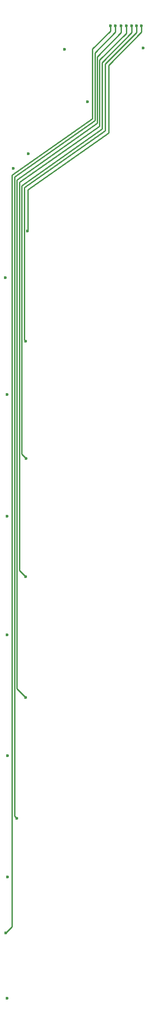
<source format=gbr>
%TF.GenerationSoftware,KiCad,Pcbnew,8.0.2*%
%TF.CreationDate,2025-02-02T12:39:54+01:00*%
%TF.ProjectId,FT25_AMS_VSENS,46543235-5f41-44d5-935f-5653454e532e,rev?*%
%TF.SameCoordinates,Original*%
%TF.FileFunction,Copper,L2,Inr*%
%TF.FilePolarity,Positive*%
%FSLAX46Y46*%
G04 Gerber Fmt 4.6, Leading zero omitted, Abs format (unit mm)*
G04 Created by KiCad (PCBNEW 8.0.2) date 2025-02-02 12:39:54*
%MOMM*%
%LPD*%
G01*
G04 APERTURE LIST*
%TA.AperFunction,ViaPad*%
%ADD10C,0.600000*%
%TD*%
%TA.AperFunction,Conductor*%
%ADD11C,0.250000*%
%TD*%
G04 APERTURE END LIST*
D10*
%TO.N,VBUS*%
X201605503Y-67621559D03*
X212900000Y-57650000D03*
X208500000Y-47700000D03*
%TO.N,GND*%
X223600000Y-47400000D03*
%TO.N,Net-(F12-Pad1)*%
X197500000Y-136700000D03*
%TO.N,Net-(F13-Pad1)*%
X197550000Y-113450000D03*
%TO.N,Net-(F14-Pad1)*%
X197150000Y-91250000D03*
%TO.N,Net-(F15-Pad1)*%
X198718423Y-70342190D03*
%TO.N,Net-(F4-Pad1)*%
X201100000Y-148200000D03*
X220400000Y-43200000D03*
%TO.N,Net-(F5-Pad1)*%
X219400000Y-43200000D03*
X201100000Y-171200000D03*
%TO.N,Net-(F6-Pad1)*%
X218300000Y-43200000D03*
X199400000Y-194287500D03*
%TO.N,Net-(F7-Pad1)*%
X197300000Y-216100000D03*
X217300000Y-43200000D03*
%TO.N,Net-(F8-Pad1)*%
X197500000Y-228500000D03*
%TO.N,Net-(F9-Pad1)*%
X197600000Y-205400000D03*
%TO.N,Net-(F10-Pad1)*%
X197600000Y-182300000D03*
%TO.N,Net-(F11-Pad1)*%
X197500000Y-159300000D03*
%TO.N,Net-(F1-Pad1)*%
X201425000Y-82300000D03*
X223300000Y-43200000D03*
%TO.N,Net-(F2-Pad1)*%
X201100000Y-103300000D03*
X222300000Y-43200000D03*
%TO.N,Net-(F3-Pad1)*%
X221400000Y-43200000D03*
X201200000Y-125700000D03*
%TD*%
D11*
%TO.N,Net-(F4-Pad1)*%
X220400000Y-44600000D02*
X215250000Y-49750000D01*
X220400000Y-43200000D02*
X220400000Y-44600000D01*
X199871776Y-146971776D02*
X201100000Y-148200000D01*
X199871776Y-73028224D02*
X215250000Y-62300000D01*
X215250000Y-49750000D02*
X215250000Y-62300000D01*
X199871776Y-73028224D02*
X199871776Y-146971776D01*
%TO.N,Net-(F5-Pad1)*%
X199421776Y-72550000D02*
X199421776Y-169521776D01*
X214800000Y-61750000D02*
X199421776Y-72550000D01*
X219400000Y-43200000D02*
X219400000Y-44500000D01*
X214800000Y-49100000D02*
X214800000Y-61750000D01*
X199421776Y-169521776D02*
X201100000Y-171200000D01*
X219400000Y-44500000D02*
X214800000Y-49100000D01*
%TO.N,Net-(F6-Pad1)*%
X198971776Y-72000000D02*
X214350000Y-61200000D01*
X198971776Y-72000000D02*
X198971776Y-193859276D01*
X218300000Y-44400000D02*
X214350000Y-48350000D01*
X218300000Y-43200000D02*
X218300000Y-44400000D01*
X198971776Y-193859276D02*
X199400000Y-194287500D01*
X214350000Y-48350000D02*
X214350000Y-61200000D01*
%TO.N,Net-(F7-Pad1)*%
X198500000Y-214900000D02*
X197300000Y-216100000D01*
X213900000Y-47600000D02*
X213900000Y-60900000D01*
X213900000Y-60900000D02*
X198500000Y-71650000D01*
X217300000Y-44200000D02*
X213900000Y-47600000D01*
X217300000Y-43200000D02*
X217300000Y-44200000D01*
X198500000Y-71650000D02*
X198500000Y-214900000D01*
%TO.N,Net-(F1-Pad1)*%
X201500000Y-82225000D02*
X201500000Y-74450000D01*
X217000000Y-63600000D02*
X201500000Y-74450000D01*
X217000000Y-50700000D02*
X223300000Y-44400000D01*
X223300000Y-44400000D02*
X223300000Y-43200000D01*
X217000000Y-63600000D02*
X217000000Y-50700000D01*
X201425000Y-82300000D02*
X201500000Y-82225000D01*
%TO.N,Net-(F2-Pad1)*%
X200800000Y-103000000D02*
X201100000Y-103300000D01*
X200800000Y-74050000D02*
X216300000Y-63200000D01*
X222300000Y-43200000D02*
X222300000Y-44500000D01*
X200800000Y-74050000D02*
X200800000Y-103000000D01*
X222300000Y-44500000D02*
X216300000Y-50500000D01*
X216300000Y-50500000D02*
X216300000Y-63200000D01*
%TO.N,Net-(F3-Pad1)*%
X221400000Y-43200000D02*
X221400000Y-44500000D01*
X215700000Y-62850000D02*
X200321776Y-73650000D01*
X200321776Y-124821776D02*
X201200000Y-125700000D01*
X221400000Y-44500000D02*
X215700000Y-50200000D01*
X200321776Y-73650000D02*
X200321776Y-124821776D01*
X215700000Y-50200000D02*
X215700000Y-62850000D01*
%TD*%
M02*

</source>
